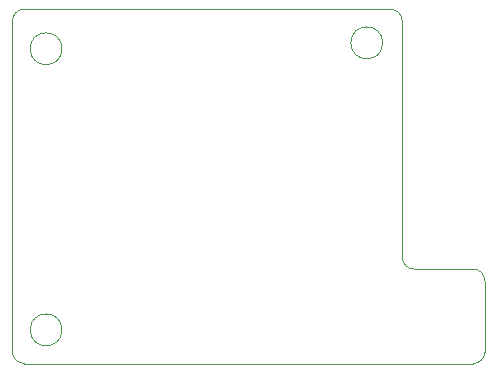
<source format=gbr>
%TF.GenerationSoftware,KiCad,Pcbnew,(6.0.1)*%
%TF.CreationDate,2022-10-07T00:00:46+07:00*%
%TF.ProjectId,rak3172,72616b33-3137-4322-9e6b-696361645f70,rev?*%
%TF.SameCoordinates,Original*%
%TF.FileFunction,Profile,NP*%
%FSLAX46Y46*%
G04 Gerber Fmt 4.6, Leading zero omitted, Abs format (unit mm)*
G04 Created by KiCad (PCBNEW (6.0.1)) date 2022-10-07 00:00:46*
%MOMM*%
%LPD*%
G01*
G04 APERTURE LIST*
%TA.AperFunction,Profile*%
%ADD10C,0.100000*%
%TD*%
G04 APERTURE END LIST*
D10*
X213000000Y-106000000D02*
X213000000Y-86000000D01*
X219000000Y-107000000D02*
X214000000Y-107000000D01*
X220000000Y-108000000D02*
G75*
G03*
X219000000Y-107000000I-999999J1D01*
G01*
X213000000Y-106000000D02*
G75*
G03*
X214000000Y-107000000I999999J-1D01*
G01*
X220000000Y-108000000D02*
X220000000Y-114000000D01*
X212999997Y-86000000D02*
G75*
G03*
X212000000Y-85000000I-999997J3D01*
G01*
X211350000Y-87850000D02*
G75*
G03*
X211350000Y-87850000I-1350000J0D01*
G01*
X212000000Y-85000000D02*
X181000000Y-85000000D01*
X184200000Y-88350000D02*
G75*
G03*
X184200000Y-88350000I-1350000J0D01*
G01*
X181000000Y-85000000D02*
G75*
G03*
X180000000Y-86000000I-1J-999999D01*
G01*
X180000000Y-86000000D02*
X180000000Y-114000000D01*
X180000000Y-114000000D02*
G75*
G03*
X181000000Y-115000000I999999J-1D01*
G01*
X184200000Y-112150000D02*
G75*
G03*
X184200000Y-112150000I-1350000J0D01*
G01*
X219000000Y-115000000D02*
G75*
G03*
X220000000Y-114000000I1J999999D01*
G01*
X181000000Y-115000000D02*
X219000000Y-115000000D01*
M02*

</source>
